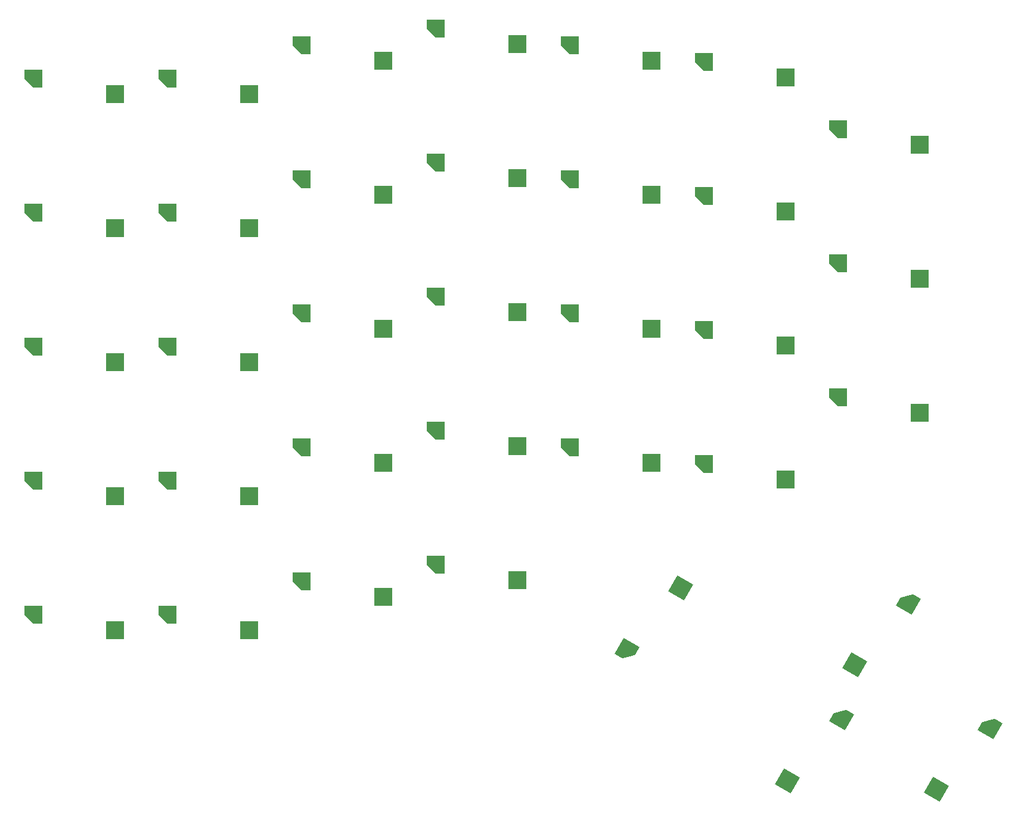
<source format=gbr>
%TF.GenerationSoftware,KiCad,Pcbnew,8.0.3*%
%TF.CreationDate,2024-07-25T04:43:43+09:00*%
%TF.ProjectId,ergodash,6572676f-6461-4736-982e-6b696361645f,2.0*%
%TF.SameCoordinates,Original*%
%TF.FileFunction,Paste,Bot*%
%TF.FilePolarity,Positive*%
%FSLAX46Y46*%
G04 Gerber Fmt 4.6, Leading zero omitted, Abs format (unit mm)*
G04 Created by KiCad (PCBNEW 8.0.3) date 2024-07-25 04:43:43*
%MOMM*%
%LPD*%
G01*
G04 APERTURE LIST*
G04 Aperture macros list*
%AMRotRect*
0 Rectangle, with rotation*
0 The origin of the aperture is its center*
0 $1 length*
0 $2 width*
0 $3 Rotation angle, in degrees counterclockwise*
0 Add horizontal line*
21,1,$1,$2,0,0,$3*%
%AMOutline5P*
0 Free polygon, 5 corners , with rotation*
0 The origin of the aperture is its center*
0 number of corners: always 5*
0 $1 to $10 corner X, Y*
0 $11 Rotation angle, in degrees counterclockwise*
0 create outline with 5 corners*
4,1,5,$1,$2,$3,$4,$5,$6,$7,$8,$9,$10,$1,$2,$11*%
%AMOutline6P*
0 Free polygon, 6 corners , with rotation*
0 The origin of the aperture is its center*
0 number of corners: always 6*
0 $1 to $12 corner X, Y*
0 $13 Rotation angle, in degrees counterclockwise*
0 create outline with 6 corners*
4,1,6,$1,$2,$3,$4,$5,$6,$7,$8,$9,$10,$11,$12,$1,$2,$13*%
%AMOutline7P*
0 Free polygon, 7 corners , with rotation*
0 The origin of the aperture is its center*
0 number of corners: always 7*
0 $1 to $14 corner X, Y*
0 $15 Rotation angle, in degrees counterclockwise*
0 create outline with 7 corners*
4,1,7,$1,$2,$3,$4,$5,$6,$7,$8,$9,$10,$11,$12,$13,$14,$1,$2,$15*%
%AMOutline8P*
0 Free polygon, 8 corners , with rotation*
0 The origin of the aperture is its center*
0 number of corners: always 8*
0 $1 to $16 corner X, Y*
0 $17 Rotation angle, in degrees counterclockwise*
0 create outline with 8 corners*
4,1,8,$1,$2,$3,$4,$5,$6,$7,$8,$9,$10,$11,$12,$13,$14,$15,$16,$1,$2,$17*%
G04 Aperture macros list end*
%ADD10Outline5P,-1.300000X1.300000X1.300000X1.300000X1.300000X-1.300000X0.000000X-1.300000X-1.300000X0.000000X0.000000*%
%ADD11R,2.600000X2.600000*%
%ADD12Outline5P,-1.300000X1.300000X1.300000X1.300000X1.300000X-1.300000X0.000000X-1.300000X-1.300000X0.000000X240.000000*%
%ADD13RotRect,2.600000X2.600000X240.000000*%
%ADD14Outline5P,-1.300000X1.300000X1.300000X1.300000X1.300000X-1.300000X0.000000X-1.300000X-1.300000X0.000000X60.000000*%
%ADD15RotRect,2.600000X2.600000X60.000000*%
%ADD16Outline5P,-1.300000X1.300000X0.000000X1.300000X1.300000X0.000000X1.300000X-1.300000X-1.300000X-1.300000X180.000000*%
G04 APERTURE END LIST*
D10*
%TO.C,SW5*%
X26042000Y91230500D03*
D11*
X37592000Y89030500D03*
%TD*%
D10*
%TO.C,SW6*%
X26042000Y72180500D03*
D11*
X37592000Y69980500D03*
%TD*%
D10*
%TO.C,SW7*%
X26042000Y53130500D03*
D11*
X37592000Y50930500D03*
%TD*%
D10*
%TO.C,SW8*%
X26042000Y34080500D03*
D11*
X37592000Y31880500D03*
%TD*%
D10*
%TO.C,SW12*%
X45092000Y38843000D03*
D11*
X56642000Y36643000D03*
%TD*%
D10*
%TO.C,SW13*%
X64142000Y98374300D03*
D11*
X75692000Y96174300D03*
%TD*%
D10*
%TO.C,SW14*%
X64142000Y79324300D03*
D11*
X75692000Y77124300D03*
%TD*%
D10*
%TO.C,SW15*%
X64142000Y60274300D03*
D11*
X75692000Y58074300D03*
%TD*%
D10*
%TO.C,SW16*%
X64142000Y41224300D03*
D11*
X75692000Y39024300D03*
%TD*%
D10*
%TO.C,SW17*%
X83192000Y95993000D03*
D11*
X94742000Y93793000D03*
%TD*%
D10*
%TO.C,SW18*%
X83192000Y76943000D03*
D11*
X94742000Y74743000D03*
%TD*%
D10*
%TO.C,SW19*%
X83192000Y57893000D03*
D11*
X94742000Y55693000D03*
%TD*%
D10*
%TO.C,SW20*%
X83192000Y38843000D03*
D11*
X94742000Y36643000D03*
%TD*%
D10*
%TO.C,SW21*%
X102242000Y93611800D03*
D11*
X113792000Y91411800D03*
%TD*%
D10*
%TO.C,SW25*%
X121292000Y84086800D03*
D11*
X132842000Y81886800D03*
%TD*%
D10*
%TO.C,SW26*%
X121292000Y65036800D03*
D11*
X132842000Y62836800D03*
%TD*%
D10*
%TO.C,SW27*%
X121292000Y45986800D03*
D11*
X132842000Y43786800D03*
%TD*%
D12*
%TO.C,SW28*%
X131292351Y16886333D03*
D13*
X123612095Y7983740D03*
%TD*%
D10*
%TO.C,SW31*%
X26042000Y15030500D03*
D11*
X37592000Y12830500D03*
%TD*%
D14*
%TO.C,SW34*%
X91273649Y9969567D03*
D15*
X98953905Y18872160D03*
%TD*%
D12*
%TO.C,SW35*%
X121767351Y388333D03*
D13*
X114087095Y-8514260D03*
%TD*%
D12*
%TO.C,SW41*%
X142900351Y-868767D03*
D13*
X135220095Y-9771360D03*
%TD*%
D16*
%TO.C,SW1*%
X6992000Y91230500D03*
D11*
X18542000Y89030500D03*
%TD*%
D16*
%TO.C,SW2*%
X6992000Y72180500D03*
D11*
X18542000Y69980500D03*
%TD*%
D16*
%TO.C,SW3*%
X6992000Y53130500D03*
D11*
X18542000Y50930500D03*
%TD*%
D16*
%TO.C,SW4*%
X6992000Y34080500D03*
D11*
X18542000Y31880500D03*
%TD*%
D16*
%TO.C,SW9*%
X45092000Y95993000D03*
D11*
X56642000Y93793000D03*
%TD*%
D16*
%TO.C,SW10*%
X45092000Y76943000D03*
D11*
X56642000Y74743000D03*
%TD*%
D16*
%TO.C,SW11*%
X45092000Y57893000D03*
D11*
X56642000Y55693000D03*
%TD*%
D16*
%TO.C,SW22*%
X102242000Y74561800D03*
D11*
X113792000Y72361800D03*
%TD*%
D16*
%TO.C,SW23*%
X102242000Y55511800D03*
D11*
X113792000Y53311800D03*
%TD*%
D16*
%TO.C,SW24*%
X102242000Y36461800D03*
D11*
X113792000Y34261800D03*
%TD*%
D16*
%TO.C,SW30*%
X6992000Y15030500D03*
D11*
X18542000Y12830500D03*
%TD*%
D16*
%TO.C,SW32*%
X45092000Y19793000D03*
D11*
X56642000Y17593000D03*
%TD*%
D16*
%TO.C,SW33*%
X64142000Y22174300D03*
D11*
X75692000Y19974300D03*
%TD*%
M02*

</source>
